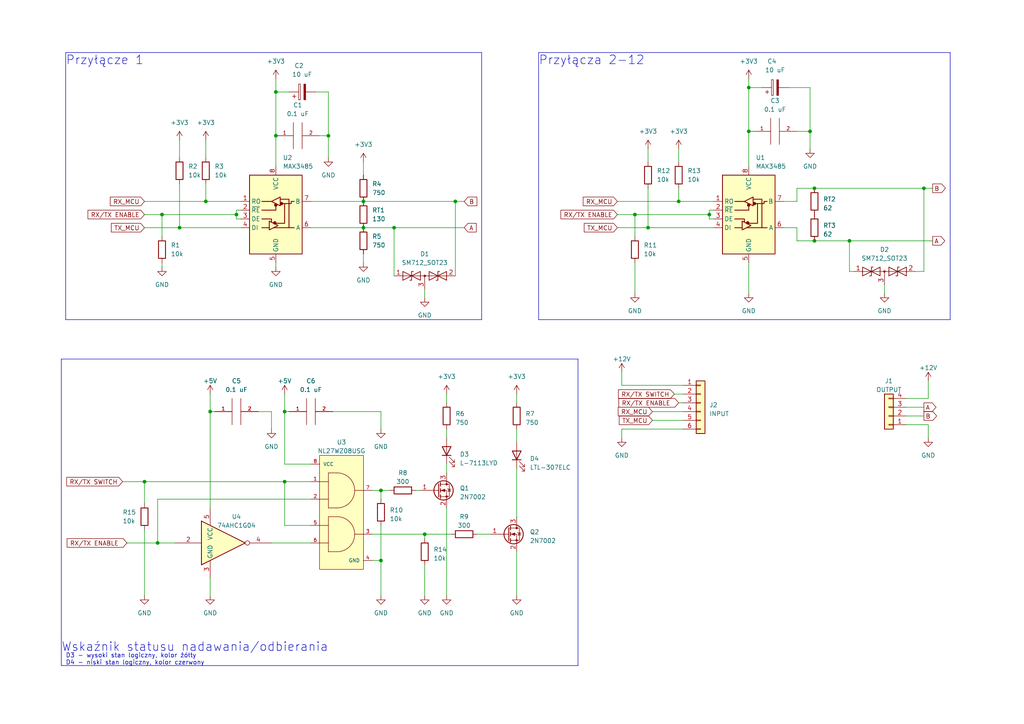
<source format=kicad_sch>
(kicad_sch (version 20230121) (generator eeschema)
  (paper "A4")
  (lib_symbols
    (symbol "74xGxx:74AHC1G04"
      (property "Reference" "U" (at -2.54 3.81 0))
      (property "Value" "74AHC1G04" (at 0 -3.81 0))
      (symbol "74AHC1G04_0_1"
        (polyline (pts (xy -7.62 6.35) (xy -7.62 -6.35) (xy 5.08 0) (xy -7.62 6.35)) (stroke (width 0.254)) (fill (type background)))
      )
      (symbol "74AHC1G04_1_1"
        (pin input line (at -15.24 0 0) (length 7.62) (name "~") (number "2"))
        (pin power_in line (at -5.08 -10.16 90) (length 5.08) (name "GND") (number "3"))
        (pin output inverted (at 12.7 0 180) (length 7.62) (name "~") (number "4"))
        (pin power_in line (at -5.08 10.16 270) (length 5.08) (name "VCC") (number "5"))
      )
    )
    (symbol "Connector_Generic:Conn_01x04" (pin_names (offset 1.016) hide)
      (property "Reference" "J" (at 0 5.08 0))
      (property "Value" "Conn_01x04" (at 0 -7.62 0))
      (symbol "Conn_01x04_1_1"
        (rectangle (start -1.27 -4.953) (end 0 -5.207) (stroke (width 0.1524)))
        (rectangle (start -1.27 -2.413) (end 0 -2.667) (stroke (width 0.1524)))
        (rectangle (start -1.27 0.127) (end 0 -0.127) (stroke (width 0.1524)))
        (rectangle (start -1.27 2.667) (end 0 2.413) (stroke (width 0.1524)))
        (rectangle (start -1.27 3.81) (end 1.27 -6.35) (stroke (width 0.254)) (fill (type background)))
        (pin passive line (at -5.08 2.54 0) (length 3.81) (name "Pin_1") (number "1"))
        (pin passive line (at -5.08 0 0) (length 3.81) (name "Pin_2") (number "2"))
        (pin passive line (at -5.08 -2.54 0) (length 3.81) (name "Pin_3") (number "3"))
        (pin passive line (at -5.08 -5.08 0) (length 3.81) (name "Pin_4") (number "4"))
      )
    )
    (symbol "Connector_Generic:Conn_01x06" (pin_names (offset 1.016) hide)
      (property "Reference" "J" (at 0 7.62 0))
      (property "Value" "Conn_01x06" (at 0 -10.16 0))
      (symbol "Conn_01x06_1_1"
        (rectangle (start -1.27 -7.493) (end 0 -7.747) (stroke (width 0.1524)))
        (rectangle (start -1.27 -4.953) (end 0 -5.207) (stroke (width 0.1524)))
        (rectangle (start -1.27 -2.413) (end 0 -2.667) (stroke (width 0.1524)))
        (rectangle (start -1.27 0.127) (end 0 -0.127) (stroke (width 0.1524)))
        (rectangle (start -1.27 2.667) (end 0 2.413) (stroke (width 0.1524)))
        (rectangle (start -1.27 5.207) (end 0 4.953) (stroke (width 0.1524)))
        (rectangle (start -1.27 6.35) (end 1.27 -8.89) (stroke (width 0.254)) (fill (type background)))
        (pin passive line (at -5.08 5.08 0) (length 3.81) (name "Pin_1") (number "1"))
        (pin passive line (at -5.08 2.54 0) (length 3.81) (name "Pin_2") (number "2"))
        (pin passive line (at -5.08 0 0) (length 3.81) (name "Pin_3") (number "3"))
        (pin passive line (at -5.08 -2.54 0) (length 3.81) (name "Pin_4") (number "4"))
        (pin passive line (at -5.08 -5.08 0) (length 3.81) (name "Pin_5") (number "5"))
        (pin passive line (at -5.08 -7.62 0) (length 3.81) (name "Pin_6") (number "6"))
      )
    )
    (symbol "Device:C_Polarized" (pin_numbers hide) (pin_names (offset 0.254))
      (property "Reference" "C" (at 0.635 2.54 0))
      (property "Value" "C_Polarized" (at 0.635 -2.54 0))
      (symbol "C_Polarized_0_1"
        (rectangle (start -2.286 0.508) (end 2.286 1.016))
        (polyline (pts (xy -1.778 2.286) (xy -0.762 2.286)))
        (polyline (pts (xy -1.27 2.794) (xy -1.27 1.778)))
        (rectangle (start 2.286 -0.508) (end -2.286 -1.016) (fill (type outline)))
      )
      (symbol "C_Polarized_1_1"
        (pin passive line (at 0 3.81 270) (length 2.794) (name "~") (number "1"))
        (pin passive line (at 0 -3.81 90) (length 2.794) (name "~") (number "2"))
      )
    )
    (symbol "Device:LED" (pin_numbers hide) (pin_names (offset 1.016) hide)
      (property "Reference" "D" (at 0 2.54 0))
      (property "Value" "LED" (at 0 -2.54 0))
      (symbol "LED_0_1"
        (polyline (pts (xy -1.27 -1.27) (xy -1.27 1.27)) (stroke (width 0.254)))
        (polyline (pts (xy -1.27 0) (xy 1.27 0)))
        (polyline (pts (xy 1.27 -1.27) (xy 1.27 1.27) (xy -1.27 0) (xy 1.27 -1.27)) (stroke (width 0.254)))
        (polyline (pts (xy -3.048 -0.762) (xy -4.572 -2.286) (xy -3.81 -2.286) (xy -4.572 -2.286) (xy -4.572 -1.524)))
        (polyline (pts (xy -1.778 -0.762) (xy -3.302 -2.286) (xy -2.54 -2.286) (xy -3.302 -2.286) (xy -3.302 -1.524)))
      )
      (symbol "LED_1_1"
        (pin passive line (at -3.81 0 0) (length 2.54) (name "K") (number "1"))
        (pin passive line (at 3.81 0 180) (length 2.54) (name "A") (number "2"))
      )
    )
    (symbol "Device:R" (pin_numbers hide) (pin_names (offset 0))
      (property "Reference" "R" (at 2.032 0 90))
      (property "Value" "R" (at 0 0 90))
      (symbol "R_0_1"
        (rectangle (start -1.016 -2.54) (end 1.016 2.54) (stroke (width 0.254)))
      )
      (symbol "R_1_1"
        (pin passive line (at 0 3.81 270) (length 1.27) (name "~") (number "1"))
        (pin passive line (at 0 -3.81 90) (length 1.27) (name "~") (number "2"))
      )
    )
    (symbol "Diode:SM712_SOT23" (pin_names (offset 1.016) hide)
      (property "Reference" "D" (at 0 4.445 0))
      (property "Value" "SM712_SOT23" (at 0 2.54 0))
      (symbol "SM712_SOT23_0_0"
        (polyline (pts (xy 0 -1.27) (xy 0 0)))
      )
      (symbol "SM712_SOT23_0_1"
        (polyline (pts (xy -6.35 0) (xy 6.35 0)))
        (polyline (pts (xy -3.302 1.27) (xy -3.81 1.27) (xy -3.81 -1.27) (xy -4.318 -1.27)) (stroke (width 0.2032)))
        (polyline (pts (xy 4.318 1.27) (xy 3.81 1.27) (xy 3.81 -1.27) (xy 3.302 -1.27)) (stroke (width 0.2032)))
        (polyline (pts (xy -6.35 -1.27) (xy -1.27 1.27) (xy -1.27 -1.27) (xy -6.35 1.27) (xy -6.35 -1.27)) (stroke (width 0.2032)))
        (polyline (pts (xy 1.27 -1.27) (xy 1.27 1.27) (xy 6.35 -1.27) (xy 6.35 1.27) (xy 1.27 -1.27)) (stroke (width 0.2032)))
        (circle (center 0 0) (radius 0.254) (fill (type outline)))
      )
      (symbol "SM712_SOT23_1_1"
        (pin passive line (at -8.89 0 0) (length 2.54) (name "A1") (number "1"))
        (pin passive line (at 8.89 0 180) (length 2.54) (name "A2") (number "2"))
        (pin input line (at 0 -3.81 90) (length 2.54) (name "common") (number "3"))
      )
    )
    (symbol "GND_1" (power) (pin_names (offset 0))
      (property "Value" "GND_1" (at 0 -3.81 0))
      (symbol "GND_1_0_1"
        (polyline (pts (xy 0 0) (xy 0 -1.27) (xy 1.27 -1.27) (xy 0 -2.54) (xy -1.27 -1.27) (xy 0 -1.27)))
      )
      (symbol "GND_1_1_1"
        (pin power_in line (at 0 0 270) (length 0) hide (name "GND") (number "1"))
      )
    )
    (symbol "GND_2" (power) (pin_names (offset 0))
      (property "Value" "GND_2" (at 0 -3.81 0))
      (symbol "GND_2_0_1"
        (polyline (pts (xy 0 0) (xy 0 -1.27) (xy 1.27 -1.27) (xy 0 -2.54) (xy -1.27 -1.27) (xy 0 -1.27)))
      )
      (symbol "GND_2_1_1"
        (pin power_in line (at 0 0 270) (length 0) hide (name "GND") (number "1"))
      )
    )
    (symbol "GND_3" (power) (pin_names (offset 0))
      (property "Value" "GND_3" (at 0 -3.81 0))
      (symbol "GND_3_0_1"
        (polyline (pts (xy 0 0) (xy 0 -1.27) (xy 1.27 -1.27) (xy 0 -2.54) (xy -1.27 -1.27) (xy 0 -1.27)))
      )
      (symbol "GND_3_1_1"
        (pin power_in line (at 0 0 270) (length 0) hide (name "GND") (number "1"))
      )
    )
    (symbol "GND_4" (power) (pin_names (offset 0))
      (property "Value" "GND_4" (at 0 -3.81 0))
      (symbol "GND_4_0_1"
        (polyline (pts (xy 0 0) (xy 0 -1.27) (xy 1.27 -1.27) (xy 0 -2.54) (xy -1.27 -1.27) (xy 0 -1.27)))
      )
      (symbol "GND_4_1_1"
        (pin power_in line (at 0 0 270) (length 0) hide (name "GND") (number "1"))
      )
    )
    (symbol "Interface_UART:MAX3485"
      (property "Reference" "U" (at -6.096 11.43 0))
      (property "Value" "MAX3485" (at 0.762 11.43 0))
      (symbol "MAX3485_0_1"
        (rectangle (start -7.62 10.16) (end 7.62 -12.7) (stroke (width 0.254)) (fill (type background)))
        (circle (center -0.3048 -3.683) (radius 0.3556) (stroke (width 0.254)) (fill (type outline)))
        (circle (center -0.0254 1.4986) (radius 0.3556) (stroke (width 0.254)) (fill (type outline)))
        (polyline (pts (xy -4.064 -5.08) (xy -1.905 -5.08)) (stroke (width 0.254)))
        (polyline (pts (xy -4.064 2.54) (xy -1.27 2.54)) (stroke (width 0.254)))
        (polyline (pts (xy -1.27 -3.2004) (xy -1.27 -3.4544)) (stroke (width 0.254)))
        (polyline (pts (xy -0.635 -5.08) (xy 5.334 -5.08)) (stroke (width 0.254)))
        (polyline (pts (xy -4.064 -2.54) (xy -1.27 -2.54) (xy -1.27 -3.175)) (stroke (width 0.254)))
        (polyline (pts (xy 0 1.27) (xy 0 0) (xy -4.064 0)) (stroke (width 0.254)))
        (polyline (pts (xy 1.27 3.175) (xy 3.81 3.175) (xy 3.81 -5.08)) (stroke (width 0.254)))
        (polyline (pts (xy 2.54 1.905) (xy 2.54 -3.81) (xy 0 -3.81)) (stroke (width 0.254)))
        (polyline (pts (xy -1.905 -3.175) (xy -1.905 -5.715) (xy 0.635 -4.445) (xy -1.905 -3.175)) (stroke (width 0.254)))
        (polyline (pts (xy -1.27 2.54) (xy 1.27 3.81) (xy 1.27 1.27) (xy -1.27 2.54)) (stroke (width 0.254)))
        (polyline (pts (xy 1.905 1.905) (xy 4.445 1.905) (xy 4.445 2.54) (xy 5.334 2.54)) (stroke (width 0.254)))
        (rectangle (start 1.27 3.175) (end 1.27 3.175))
        (circle (center 1.651 1.905) (radius 0.3556) (stroke (width 0.254)) (fill (type outline)))
      )
      (symbol "MAX3485_1_1"
        (pin output line (at -10.16 2.54 0) (length 2.54) (name "RO") (number "1"))
        (pin input line (at -10.16 0 0) (length 2.54) (name "~{RE}") (number "2"))
        (pin input line (at -10.16 -2.54 0) (length 2.54) (name "DE") (number "3"))
        (pin input line (at -10.16 -5.08 0) (length 2.54) (name "DI") (number "4"))
        (pin power_in line (at 0 -15.24 90) (length 2.54) (name "GND") (number "5"))
        (pin bidirectional line (at 10.16 -5.08 180) (length 2.54) (name "A") (number "6"))
        (pin bidirectional line (at 10.16 2.54 180) (length 2.54) (name "B") (number "7"))
        (pin power_in line (at 0 12.7 270) (length 2.54) (name "VCC") (number "8"))
      )
    )
    (symbol "NL27WZ08USG:NL27WZ08USG" (pin_names (offset 1.016))
      (property "Reference" "U" (at 0 5.08 0))
      (property "Value" "NL27WZ08USG" (at 0 7.62 0))
      (symbol "NL27WZ08USG_1_1"
        (polyline (pts (xy 5.08 -22.86) (xy 7.62 -22.86)))
        (polyline (pts (xy 5.08 -17.78) (xy 7.62 -17.78)))
        (polyline (pts (xy 5.08 -10.16) (xy 7.62 -10.16)))
        (polyline (pts (xy 5.08 -5.08) (xy 7.62 -5.08)))
        (polyline (pts (xy 7.62 -25.4) (xy 10.16 -25.4)))
        (polyline (pts (xy 7.62 -15.24) (xy 7.62 -25.4)))
        (polyline (pts (xy 7.62 -15.24) (xy 10.16 -15.24)))
        (polyline (pts (xy 7.62 -12.7) (xy 10.16 -12.7)))
        (polyline (pts (xy 7.62 -2.54) (xy 7.62 -12.7)))
        (polyline (pts (xy 7.62 -2.54) (xy 10.16 -2.54)))
        (polyline (pts (xy 15.24 -20.32) (xy 17.78 -20.32)))
        (polyline (pts (xy 15.24 -7.62) (xy 17.78 -7.62)))
        (rectangle (start 5.08 2.54) (end 17.78 -30.48) (fill (type background)))
        (arc (start 10.16 -25.4) (mid 15.2179 -20.32) (end 10.16 -15.24))
        (arc (start 10.16 -12.7) (mid 15.2179 -7.62) (end 10.16 -2.54))
        (pin input line (at 2.54 -5.08 0) (length 2.54) (name "A1") (number "1"))
        (pin input line (at 2.54 -10.16 0) (length 2.54) (name "B1") (number "2"))
        (pin output line (at 20.32 -20.32 180) (length 2.54) (name "Y2") (number "3"))
        (pin power_in line (at 20.32 -27.94 180) (length 2.54) (name "GND") (number "4"))
        (pin input line (at 2.54 -17.78 0) (length 2.54) (name "A2") (number "5"))
        (pin input line (at 2.54 -22.86 0) (length 2.54) (name "B2") (number "6"))
        (pin output line (at 20.32 -7.62 180) (length 2.54) (name "Y1") (number "7"))
        (pin power_in line (at 2.54 0 0) (length 2.54) (name "VCC") (number "8"))
      )
    )
    (symbol "Transistor_FET:2N7002" (pin_names hide)
      (property "Reference" "Q" (at 5.08 1.905 0))
      (property "Value" "2N7002" (at 5.08 0 0))
      (symbol "2N7002_0_1"
        (polyline (pts (xy 0.254 0) (xy -2.54 0)))
        (polyline (pts (xy 0.254 1.905) (xy 0.254 -1.905)) (stroke (width 0.254)))
        (polyline (pts (xy 0.762 -1.27) (xy 0.762 -2.286)) (stroke (width 0.254)))
        (polyline (pts (xy 0.762 0.508) (xy 0.762 -0.508)) (stroke (width 0.254)))
        (polyline (pts (xy 0.762 2.286) (xy 0.762 1.27)) (stroke (width 0.254)))
        (polyline (pts (xy 2.54 2.54) (xy 2.54 1.778)))
        (polyline (pts (xy 2.54 -2.54) (xy 2.54 0) (xy 0.762 0)))
        (polyline (pts (xy 0.762 -1.778) (xy 3.302 -1.778) (xy 3.302 1.778) (xy 0.762 1.778)))
        (polyline (pts (xy 1.016 0) (xy 2.032 0.381) (xy 2.032 -0.381) (xy 1.016 0)) (fill (type outline)))
        (polyline (pts (xy 2.794 0.508) (xy 2.921 0.381) (xy 3.683 0.381) (xy 3.81 0.254)))
        (polyline (pts (xy 3.302 0.381) (xy 2.921 -0.254) (xy 3.683 -0.254) (xy 3.302 0.381)))
        (circle (center 1.651 0) (radius 2.794) (stroke (width 0.254)))
        (circle (center 2.54 -1.778) (radius 0.254) (fill (type outline)))
        (circle (center 2.54 1.778) (radius 0.254) (fill (type outline)))
      )
      (symbol "2N7002_1_1"
        (pin input line (at -5.08 0 0) (length 2.54) (name "G") (number "1"))
        (pin passive line (at 2.54 -5.08 90) (length 2.54) (name "S") (number "2"))
        (pin passive line (at 2.54 5.08 270) (length 2.54) (name "D") (number "3"))
      )
    )
    (symbol "power:+12V" (power) (pin_names (offset 0))
      (property "Value" "+12V" (at 0 3.556 0))
      (symbol "+12V_0_1"
        (polyline (pts (xy -0.762 1.27) (xy 0 2.54)))
        (polyline (pts (xy 0 0) (xy 0 2.54)))
        (polyline (pts (xy 0 2.54) (xy 0.762 1.27)))
      )
      (symbol "+12V_1_1"
        (pin power_in line (at 0 0 90) (length 0) hide (name "+12V") (number "1"))
      )
    )
    (symbol "power:+3.3V" (power) (pin_names (offset 0))
      (property "Value" "+3.3V" (at 0 3.556 0))
      (symbol "+3.3V_0_1"
        (polyline (pts (xy -0.762 1.27) (xy 0 2.54)))
        (polyline (pts (xy 0 0) (xy 0 2.54)))
        (polyline (pts (xy 0 2.54) (xy 0.762 1.27)))
      )
      (symbol "+3.3V_1_1"
        (pin power_in line (at 0 0 90) (length 0) hide (name "+3V3") (number "1"))
      )
    )
    (symbol "power:+3V3" (power) (pin_names (offset 0))
      (property "Value" "+3V3" (at 0 3.556 0))
      (symbol "+3V3_0_1"
        (polyline (pts (xy -0.762 1.27) (xy 0 2.54)))
        (polyline (pts (xy 0 0) (xy 0 2.54)))
        (polyline (pts (xy 0 2.54) (xy 0.762 1.27)))
      )
      (symbol "+3V3_1_1"
        (pin power_in line (at 0 0 90) (length 0) hide (name "+3V3") (number "1"))
      )
    )
    (symbol "power:+5V" (power) (pin_names (offset 0))
      (property "Value" "+5V" (at 0 3.556 0))
      (symbol "+5V_0_1"
        (polyline (pts (xy -0.762 1.27) (xy 0 2.54)))
        (polyline (pts (xy 0 0) (xy 0 2.54)))
        (polyline (pts (xy 0 2.54) (xy 0.762 1.27)))
      )
      (symbol "+5V_1_1"
        (pin power_in line (at 0 0 90) (length 0) hide (name "+5V") (number "1"))
      )
    )
    (symbol "power:GND" (power) (pin_names (offset 0))
      (property "Value" "GND" (at 0 -3.81 0))
      (symbol "GND_0_1"
        (polyline (pts (xy 0 0) (xy 0 -1.27) (xy 1.27 -1.27) (xy 0 -2.54) (xy -1.27 -1.27) (xy 0 -1.27)))
      )
      (symbol "GND_1_1"
        (pin power_in line (at 0 0 270) (length 0) hide (name "GND") (number "1"))
      )
    )
    (symbol "pspice:C" (pin_names (offset 0.254))
      (property "Reference" "C" (at 2.54 3.81 90))
      (property "Value" "C" (at 2.54 -3.81 90))
      (symbol "C_0_1"
        (polyline (pts (xy -3.81 -1.27) (xy 3.81 -1.27)))
        (polyline (pts (xy -3.81 1.27) (xy 3.81 1.27)))
      )
      (symbol "C_1_1"
        (pin passive line (at 0 6.35 270) (length 5.08) (name "~") (number "1"))
        (pin passive line (at 0 -6.35 90) (length 5.08) (name "~") (number "2"))
      )
    )
  )
  (junction (at 205.74 62.23))
  (junction (at 132.08 58.42))
  (junction (at 52.07 66.04))
  (junction (at 236.22 69.85))
  (junction (at 95.25 39.37))
  (junction (at 68.58 62.23))
  (junction (at 45.72 157.48))
  (junction (at 123.19 154.94))
  (junction (at 60.96 119.38))
  (junction (at 80.01 26.67))
  (junction (at 105.41 66.04))
  (junction (at 217.17 38.1))
  (junction (at 110.49 162.56))
  (junction (at 46.99 62.23))
  (junction (at 41.91 139.7))
  (junction (at 267.97 54.61))
  (junction (at 59.69 58.42))
  (junction (at 246.38 69.85))
  (junction (at 217.17 25.4))
  (junction (at 114.3 66.04))
  (junction (at 110.49 142.24))
  (junction (at 184.15 62.23))
  (junction (at 234.95 38.1))
  (junction (at 82.55 139.7))
  (junction (at 82.55 119.38))
  (junction (at 196.85 58.42))
  (junction (at 236.22 54.61))
  (junction (at 105.41 58.42))
  (junction (at 187.96 66.04))
  (junction (at 80.01 39.37))
  (wire (pts (xy 236.22 69.85) (xy 246.38 69.85)))
  (wire (pts (xy 90.17 66.04) (xy 105.41 66.04)))
  (wire (pts (xy 107.95 162.56) (xy 110.49 162.56)))
  (wire (pts (xy 189.23 121.92) (xy 198.12 121.92)))
  (wire (pts (xy 217.17 25.4) (xy 220.98 25.4)))
  (wire (pts (xy 110.49 152.4) (xy 110.49 162.56)))
  (wire (pts (xy 110.49 144.78) (xy 110.49 142.24)))
  (wire (pts (xy 129.54 134.62) (xy 129.54 137.16)))
  (wire (pts (xy 123.19 154.94) (xy 130.81 154.94)))
  (wire (pts (xy 205.74 60.96) (xy 205.74 62.23)))
  (wire (pts (xy 196.85 58.42) (xy 207.01 58.42)))
  (polyline (pts (xy 167.64 104.14) (xy 167.64 193.04)))
  (wire (pts (xy 187.96 43.18) (xy 187.96 46.99)))
  (wire (pts (xy 231.14 54.61) (xy 236.22 54.61)))
  (polyline (pts (xy 156.21 92.71) (xy 275.59 92.71)))
  (wire (pts (xy 41.91 139.7) (xy 82.55 139.7)))
  (wire (pts (xy 265.43 78.74) (xy 267.97 78.74)))
  (wire (pts (xy 228.6 25.4) (xy 234.95 25.4)))
  (polyline (pts (xy 156.21 15.24) (xy 156.21 92.71)))
  (wire (pts (xy 92.71 39.37) (xy 95.25 39.37)))
  (wire (pts (xy 132.08 58.42) (xy 134.62 58.42)))
  (polyline (pts (xy 19.05 92.71) (xy 139.7 92.71)))
  (wire (pts (xy 80.01 76.2) (xy 80.01 77.47)))
  (wire (pts (xy 227.33 66.04) (xy 231.14 66.04)))
  (wire (pts (xy 90.17 134.62) (xy 82.55 134.62)))
  (wire (pts (xy 207.01 60.96) (xy 205.74 60.96)))
  (wire (pts (xy 59.69 40.64) (xy 59.69 45.72)))
  (wire (pts (xy 69.85 60.96) (xy 68.58 60.96)))
  (wire (pts (xy 114.3 66.04) (xy 114.3 80.01)))
  (wire (pts (xy 269.24 123.19) (xy 269.24 127)))
  (wire (pts (xy 217.17 22.86) (xy 217.17 25.4)))
  (wire (pts (xy 246.38 69.85) (xy 270.51 69.85)))
  (wire (pts (xy 129.54 124.46) (xy 129.54 127)))
  (wire (pts (xy 227.33 58.42) (xy 231.14 58.42)))
  (wire (pts (xy 149.86 114.3) (xy 149.86 116.84)))
  (wire (pts (xy 80.01 26.67) (xy 80.01 39.37)))
  (polyline (pts (xy 139.7 92.71) (xy 139.7 15.24)))
  (wire (pts (xy 82.55 139.7) (xy 82.55 152.4)))
  (wire (pts (xy 189.23 119.38) (xy 198.12 119.38)))
  (wire (pts (xy 110.49 162.56) (xy 110.49 172.72)))
  (wire (pts (xy 95.25 39.37) (xy 95.25 45.72)))
  (wire (pts (xy 231.14 69.85) (xy 236.22 69.85)))
  (wire (pts (xy 105.41 46.99) (xy 105.41 50.8)))
  (wire (pts (xy 195.58 114.3) (xy 198.12 114.3)))
  (wire (pts (xy 231.14 66.04) (xy 231.14 69.85)))
  (wire (pts (xy 35.56 139.7) (xy 41.91 139.7)))
  (wire (pts (xy 180.34 107.95) (xy 180.34 111.76)))
  (wire (pts (xy 256.54 85.09) (xy 256.54 82.55)))
  (wire (pts (xy 78.74 157.48) (xy 90.17 157.48)))
  (wire (pts (xy 36.83 157.48) (xy 45.72 157.48)))
  (wire (pts (xy 83.82 26.67) (xy 80.01 26.67)))
  (wire (pts (xy 205.74 62.23) (xy 205.74 63.5)))
  (wire (pts (xy 60.96 167.64) (xy 60.96 172.72)))
  (wire (pts (xy 149.86 124.46) (xy 149.86 128.27)))
  (wire (pts (xy 91.44 26.67) (xy 95.25 26.67)))
  (wire (pts (xy 123.19 156.21) (xy 123.19 154.94)))
  (wire (pts (xy 41.91 139.7) (xy 41.91 146.05)))
  (wire (pts (xy 123.19 83.82) (xy 123.19 86.36)))
  (wire (pts (xy 217.17 76.2) (xy 217.17 85.09)))
  (wire (pts (xy 198.12 124.46) (xy 180.34 124.46)))
  (wire (pts (xy 217.17 25.4) (xy 217.17 38.1)))
  (wire (pts (xy 262.89 115.57) (xy 269.24 115.57)))
  (wire (pts (xy 184.15 68.58) (xy 184.15 62.23)))
  (wire (pts (xy 217.17 38.1) (xy 217.17 48.26)))
  (wire (pts (xy 138.43 154.94) (xy 142.24 154.94)))
  (wire (pts (xy 107.95 142.24) (xy 110.49 142.24)))
  (wire (pts (xy 179.07 66.04) (xy 187.96 66.04)))
  (wire (pts (xy 269.24 115.57) (xy 269.24 110.49)))
  (wire (pts (xy 68.58 60.96) (xy 68.58 62.23)))
  (wire (pts (xy 105.41 58.42) (xy 132.08 58.42)))
  (wire (pts (xy 60.96 114.3) (xy 60.96 119.38)))
  (wire (pts (xy 105.41 76.2) (xy 105.41 73.66)))
  (wire (pts (xy 41.91 62.23) (xy 46.99 62.23)))
  (wire (pts (xy 110.49 119.38) (xy 110.49 124.46)))
  (wire (pts (xy 234.95 38.1) (xy 234.95 43.18)))
  (wire (pts (xy 41.91 58.42) (xy 59.69 58.42)))
  (wire (pts (xy 95.25 26.67) (xy 95.25 39.37)))
  (wire (pts (xy 46.99 62.23) (xy 46.99 68.58)))
  (wire (pts (xy 132.08 58.42) (xy 132.08 80.01)))
  (wire (pts (xy 90.17 144.78) (xy 45.72 144.78)))
  (wire (pts (xy 52.07 66.04) (xy 69.85 66.04)))
  (wire (pts (xy 123.19 163.83) (xy 123.19 172.72)))
  (wire (pts (xy 107.95 154.94) (xy 123.19 154.94)))
  (wire (pts (xy 262.89 120.65) (xy 267.97 120.65)))
  (wire (pts (xy 246.38 78.74) (xy 247.65 78.74)))
  (wire (pts (xy 262.89 123.19) (xy 269.24 123.19)))
  (wire (pts (xy 205.74 63.5) (xy 207.01 63.5)))
  (wire (pts (xy 231.14 58.42) (xy 231.14 54.61)))
  (wire (pts (xy 80.01 22.86) (xy 80.01 26.67)))
  (wire (pts (xy 80.01 39.37) (xy 80.01 48.26)))
  (wire (pts (xy 82.55 114.3) (xy 82.55 119.38)))
  (polyline (pts (xy 17.78 105.41) (xy 17.78 193.04)))
  (wire (pts (xy 217.17 38.1) (xy 218.44 38.1)))
  (wire (pts (xy 96.52 119.38) (xy 110.49 119.38)))
  (wire (pts (xy 196.85 43.18) (xy 196.85 46.99)))
  (wire (pts (xy 62.23 119.38) (xy 60.96 119.38)))
  (polyline (pts (xy 19.05 15.24) (xy 139.7 15.24)))
  (wire (pts (xy 246.38 69.85) (xy 246.38 78.74)))
  (wire (pts (xy 196.85 116.84) (xy 198.12 116.84)))
  (polyline (pts (xy 17.78 104.14) (xy 17.78 105.41)))
  (wire (pts (xy 187.96 66.04) (xy 207.01 66.04)))
  (wire (pts (xy 149.86 160.02) (xy 149.86 172.72)))
  (wire (pts (xy 179.07 58.42) (xy 196.85 58.42)))
  (wire (pts (xy 105.41 66.04) (xy 114.3 66.04)))
  (polyline (pts (xy 19.05 15.24) (xy 19.05 92.71)))
  (wire (pts (xy 68.58 63.5) (xy 69.85 63.5)))
  (polyline (pts (xy 17.78 193.04) (xy 167.64 193.04)))
  (wire (pts (xy 59.69 58.42) (xy 69.85 58.42)))
  (wire (pts (xy 45.72 157.48) (xy 50.8 157.48)))
  (wire (pts (xy 68.58 62.23) (xy 68.58 63.5)))
  (wire (pts (xy 82.55 119.38) (xy 83.82 119.38)))
  (wire (pts (xy 41.91 153.67) (xy 41.91 172.72)))
  (wire (pts (xy 82.55 139.7) (xy 90.17 139.7)))
  (wire (pts (xy 120.65 142.24) (xy 121.92 142.24)))
  (wire (pts (xy 184.15 76.2) (xy 184.15 85.09)))
  (wire (pts (xy 110.49 142.24) (xy 113.03 142.24)))
  (wire (pts (xy 114.3 66.04) (xy 134.62 66.04)))
  (wire (pts (xy 180.34 111.76) (xy 198.12 111.76)))
  (wire (pts (xy 52.07 53.34) (xy 52.07 66.04)))
  (wire (pts (xy 179.07 62.23) (xy 184.15 62.23)))
  (wire (pts (xy 45.72 144.78) (xy 45.72 157.48)))
  (wire (pts (xy 74.93 119.38) (xy 78.74 119.38)))
  (polyline (pts (xy 167.64 104.14) (xy 17.78 104.14)))
  (wire (pts (xy 78.74 119.38) (xy 78.74 124.46)))
  (wire (pts (xy 180.34 124.46) (xy 180.34 127)))
  (wire (pts (xy 41.91 66.04) (xy 52.07 66.04)))
  (polyline (pts (xy 156.21 15.24) (xy 275.59 15.24)))
  (wire (pts (xy 59.69 53.34) (xy 59.69 58.42)))
  (wire (pts (xy 184.15 62.23) (xy 205.74 62.23)))
  (wire (pts (xy 236.22 54.61) (xy 267.97 54.61)))
  (wire (pts (xy 46.99 62.23) (xy 68.58 62.23)))
  (wire (pts (xy 187.96 54.61) (xy 187.96 66.04)))
  (polyline (pts (xy 275.59 92.71) (xy 275.59 15.24)))
  (wire (pts (xy 52.07 40.64) (xy 52.07 45.72)))
  (wire (pts (xy 129.54 147.32) (xy 129.54 172.72)))
  (wire (pts (xy 149.86 135.89) (xy 149.86 149.86)))
  (wire (pts (xy 267.97 54.61) (xy 270.51 54.61)))
  (wire (pts (xy 234.95 25.4) (xy 234.95 38.1)))
  (wire (pts (xy 267.97 54.61) (xy 267.97 78.74)))
  (wire (pts (xy 46.99 76.2) (xy 46.99 77.47)))
  (wire (pts (xy 129.54 114.3) (xy 129.54 116.84)))
  (wire (pts (xy 82.55 119.38) (xy 82.55 134.62)))
  (wire (pts (xy 60.96 119.38) (xy 60.96 147.32)))
  (wire (pts (xy 231.14 38.1) (xy 234.95 38.1)))
  (wire (pts (xy 262.89 118.11) (xy 267.97 118.11)))
  (wire (pts (xy 196.85 54.61) (xy 196.85 58.42)))
  (wire (pts (xy 82.55 152.4) (xy 90.17 152.4)))
  (wire (pts (xy 90.17 58.42) (xy 105.41 58.42)))
  (text "Wskaźnik statusu nadawania/odbierania\n" (at 17.78 189.23 0) (effects (font (size 2.54 2.54)) (justify left bottom)))
  (text "Przyłącza 2-12" (at 156.21 19.05 0) (effects (font (size 2.54 2.54)) (justify left bottom)))
  (text "Przyłącze 1" (at 19.05 19.05 0) (effects (font (size 2.54 2.54)) (justify left bottom)))
  (text "D3 - wysoki stan logiczny, kolor żółty\nD4 - niski stan logiczny, kolor czerwony" (at 19.05 193.04 0) (effects (font (size 1.27 1.27)) (justify left bottom)))
  (global_label "RX{slash}TX ENABLE " (shape input) (at 196.85 116.84 180) (property "Intersheetrefs" "${INTERSHEET_REFS}" (effects hide)))
  (global_label "RX{slash}TX SWITCH" (shape input) (at 195.58 114.3 180) (property "Intersheetrefs" "${INTERSHEET_REFS}" (effects hide)))
  (global_label "TX_MCU" (shape input) (at 41.91 66.04 180) (property "Intersheetrefs" "${INTERSHEET_REFS}" (effects hide)))
  (global_label "RX{slash}TX ENABLE" (shape input) (at 179.07 62.23 180) (property "Intersheetrefs" "${INTERSHEET_REFS}" (effects hide)))
  (global_label "B" (shape output) (at 270.51 54.61 0) (property "Intersheetrefs" "${INTERSHEET_REFS}" (effects hide)))
  (global_label "RX_MCU" (shape input) (at 41.91 58.42 180) (property "Intersheetrefs" "${INTERSHEET_REFS}" (effects hide)))
  (global_label "RX{slash}TX ENABLE" (shape input) (at 41.91 62.23 180) (property "Intersheetrefs" "${INTERSHEET_REFS}" (effects hide)))
  (global_label "TX_MCU" (shape input) (at 179.07 66.04 180) (property "Intersheetrefs" "${INTERSHEET_REFS}" (effects hide)))
  (global_label "A" (shape output) (at 267.97 118.11 0) (property "Intersheetrefs" "${INTERSHEET_REFS}" (effects hide)))
  (global_label "A" (shape output) (at 270.51 69.85 0) (property "Intersheetrefs" "${INTERSHEET_REFS}" (effects hide)))
  (global_label "RX_MCU" (shape input) (at 189.23 119.38 180) (property "Intersheetrefs" "${INTERSHEET_REFS}" (effects hide)))
  (global_label "B" (shape input) (at 134.62 58.42 0) (property "Intersheetrefs" "${INTERSHEET_REFS}" (effects hide)))
  (global_label "A" (shape input) (at 134.62 66.04 0) (property "Intersheetrefs" "${INTERSHEET_REFS}" (effects hide)))
  (global_label "TX_MCU" (shape input) (at 189.23 121.92 180) (property "Intersheetrefs" "${INTERSHEET_REFS}" (effects hide)))
  (global_label "RX{slash}TX SWITCH" (shape input) (at 35.56 139.7 180) (property "Intersheetrefs" "${INTERSHEET_REFS}" (effects hide)))
  (global_label "RX_MCU" (shape input) (at 179.07 58.42 180) (property "Intersheetrefs" "${INTERSHEET_REFS}" (effects hide)))
  (global_label "RX{slash}TX ENABLE " (shape input) (at 36.83 157.48 180) (property "Intersheetrefs" "${INTERSHEET_REFS}" (effects hide)))
  (global_label "B" (shape output) (at 267.97 120.65 0) (property "Intersheetrefs" "${INTERSHEET_REFS}" (effects hide)))
  (symbol (lib_id "Device:R") (at 149.86 120.65 0) (unit 1)
    (property "Reference" "R7" (at 152.4 120.015 0) (effects (justify left)))
    (property "Value" "750" (at 152.4 122.555 0) (effects (justify left)))
  )
  (symbol (lib_id "Device:R") (at 196.85 50.8 0) (unit 1)
    (property "Reference" "R13" (at 199.39 49.5299 0) (effects (justify left)))
    (property "Value" "10k" (at 199.39 52.0699 0) (effects (justify left)))
  )
  (symbol (lib_id "pspice:C") (at 86.36 39.37 90) (unit 1)
    (property "Reference" "C1" (at 86.36 30.48 90))
    (property "Value" "0.1 uF" (at 86.36 33.02 90))
  )
  (symbol (lib_id "Connector_Generic:Conn_01x06") (at 203.2 116.84 0) (unit 1)
    (property "Reference" "J2" (at 205.74 117.475 0) (effects (justify left)))
    (property "Value" "INPUT" (at 205.74 120.015 0) (effects (justify left)))
  )
  (symbol (lib_id "power:+12V") (at 180.34 107.95 0) (unit 1)
    (property "Reference" "#PWR016" (effects hide))
    (property "Value" "+12V" (at 180.34 104.14 0))
  )
  (symbol (lib_id "power:+3V3") (at 149.86 114.3 0) (unit 1)
    (property "Reference" "#PWR08" (effects hide))
    (property "Value" "+3V3" (at 149.86 109.22 0))
  )
  (symbol (lib_id "Device:R") (at 41.91 149.86 0) (unit 1)
    (property "Reference" "R15" (at 35.56 148.59 0) (effects (justify left)))
    (property "Value" "10k" (at 35.56 151.13 0) (effects (justify left)))
  )
  (symbol (lib_name "GND_1") (lib_id "power:GND") (at 110.49 124.46 0) (unit 1)
    (property "Reference" "#PWR013" (effects hide))
    (property "Value" "GND" (at 110.49 129.54 0))
  )
  (symbol (lib_id "Diode:SM712_SOT23") (at 256.54 78.74 0) (unit 1)
    (property "Reference" "D2" (at 256.54 72.39 0))
    (property "Value" "SM712_SOT23" (at 256.54 74.93 0))
    (property "Footprint" "Package_TO_SOT_SMD:SOT-23" (effects hide))
    (property "Datasheet" "https://www.littelfuse.com/~/media/electronics/datasheets/tvs_diode_arrays/littelfuse_tvs_diode_array_sm712_datasheet.pdf.pdf" (effects hide))
  )
  (symbol (lib_id "power:+3.3V") (at 59.69 40.64 0) (unit 1)
    (property "Reference" "#PWR?" (effects hide))
    (property "Value" "+3.3V" (at 59.69 35.56 0))
  )
  (symbol (lib_id "Device:C_Polarized") (at 224.79 25.4 90) (unit 1)
    (property "Reference" "C4" (at 223.901 17.78 90))
    (property "Value" "10 uF" (at 224.79 20.32 90))
  )
  (symbol (lib_id "power:+3.3V") (at 196.85 43.18 0) (unit 1)
    (property "Reference" "#PWR03" (effects hide))
    (property "Value" "+3.3V" (at 196.85 38.1 0))
  )
  (symbol (lib_id "Device:R") (at 110.49 148.59 180) (unit 1)
    (property "Reference" "R10" (at 113.03 147.955 0) (effects (justify right)))
    (property "Value" "10k" (at 113.03 150.495 0) (effects (justify right)))
  )
  (symbol (lib_id "Device:LED") (at 149.86 132.08 90) (unit 1)
    (property "Reference" "D4" (at 153.67 133.0325 90) (effects (justify right)))
    (property "Value" "LTL-307ELC" (at 153.67 135.5725 90) (effects (justify right)))
  )
  (symbol (lib_id "Device:R") (at 187.96 50.8 0) (unit 1)
    (property "Reference" "R12" (at 190.5 49.5299 0) (effects (justify left)))
    (property "Value" "10k" (at 190.5 52.0699 0) (effects (justify left)))
  )
  (symbol (lib_id "power:+3.3V") (at 187.96 43.18 0) (unit 1)
    (property "Reference" "#PWR02" (effects hide))
    (property "Value" "+3.3V" (at 187.96 38.1 0))
  )
  (symbol (lib_id "pspice:C") (at 90.17 119.38 90) (unit 1)
    (property "Reference" "C6" (at 90.17 110.49 90))
    (property "Value" "0.1 uF" (at 90.17 113.03 90))
  )
  (symbol (lib_id "power:GND") (at 123.19 86.36 0) (unit 1)
    (property "Reference" "#PWR?" (effects hide))
    (property "Value" "GND" (at 123.19 91.44 0))
  )
  (symbol (lib_id "Device:R") (at 46.99 72.39 0) (unit 1)
    (property "Reference" "R1" (at 49.53 71.1199 0) (effects (justify left)))
    (property "Value" "10k" (at 49.53 73.6599 0) (effects (justify left)))
  )
  (symbol (lib_name "GND_4") (lib_id "power:GND") (at 269.24 127 0) (unit 1)
    (property "Reference" "#PWR019" (effects hide))
    (property "Value" "GND" (at 269.24 132.08 0))
  )
  (symbol (lib_id "Device:R") (at 236.22 66.04 0) (unit 1)
    (property "Reference" "RT3" (at 238.76 65.405 0) (effects (justify left)))
    (property "Value" "62" (at 238.76 67.945 0) (effects (justify left)))
  )
  (symbol (lib_id "Transistor_FET:2N7002") (at 127 142.24 0) (unit 1)
    (property "Reference" "Q1" (at 133.35 141.605 0) (effects (justify left)))
    (property "Value" "2N7002" (at 133.35 144.145 0) (effects (justify left)))
    (property "Footprint" "Package_TO_SOT_SMD:SOT-23" (effects hide))
    (property "Datasheet" "https://www.onsemi.com/pub/Collateral/NDS7002A-D.PDF" (effects hide))
  )
  (symbol (lib_name "GND_4") (lib_id "power:GND") (at 180.34 127 0) (unit 1)
    (property "Reference" "#PWR017" (effects hide))
    (property "Value" "GND" (at 180.34 132.08 0))
  )
  (symbol (lib_id "power:GND") (at 184.15 85.09 0) (unit 1)
    (property "Reference" "#PWR01" (effects hide))
    (property "Value" "GND" (at 184.15 90.17 0))
  )
  (symbol (lib_name "GND_1") (lib_id "power:GND") (at 60.96 172.72 0) (unit 1)
    (property "Reference" "#PWR04" (effects hide))
    (property "Value" "GND" (at 60.96 177.8 0))
  )
  (symbol (lib_name "GND_2") (lib_id "power:GND") (at 123.19 172.72 0) (unit 1)
    (property "Reference" "#PWR014" (effects hide))
    (property "Value" "GND" (at 123.19 177.8 0))
  )
  (symbol (lib_id "power:GND") (at 95.25 45.72 0) (unit 1)
    (property "Reference" "#PWR?" (effects hide))
    (property "Value" "GND" (at 95.25 50.8 0))
  )
  (symbol (lib_id "power:GND") (at 105.41 76.2 0) (unit 1)
    (property "Reference" "#PWR?" (effects hide))
    (property "Value" "GND" (at 105.41 81.28 0))
  )
  (symbol (lib_id "Device:R") (at 105.41 69.85 0) (unit 1)
    (property "Reference" "R5" (at 107.95 68.5799 0) (effects (justify left)))
    (property "Value" "750" (at 107.95 71.1199 0) (effects (justify left)))
  )
  (symbol (lib_id "pspice:C") (at 224.79 38.1 90) (unit 1)
    (property "Reference" "C3" (at 224.79 29.21 90))
    (property "Value" "0.1 uF" (at 224.79 31.75 90))
  )
  (symbol (lib_id "Device:R") (at 59.69 49.53 0) (unit 1)
    (property "Reference" "R3" (at 62.23 48.2599 0) (effects (justify left)))
    (property "Value" "10k" (at 62.23 50.7999 0) (effects (justify left)))
  )
  (symbol (lib_id "Interface_UART:MAX3485") (at 80.01 60.96 0) (unit 1)
    (property "Reference" "U2" (at 82.0294 45.72 0) (effects (justify left)))
    (property "Value" "MAX3485" (at 82.0294 48.26 0) (effects (justify left)))
    (property "Datasheet" "https://datasheets.maximintegrated.com/en/ds/MAX3483-MAX3491.pdf" (effects hide))
  )
  (symbol (lib_id "Diode:SM712_SOT23") (at 123.19 80.01 0) (unit 1)
    (property "Reference" "D1" (at 123.19 73.66 0))
    (property "Value" "SM712_SOT23" (at 123.19 76.2 0))
    (property "Footprint" "Package_TO_SOT_SMD:SOT-23" (effects hide))
    (property "Datasheet" "https://www.littelfuse.com/~/media/electronics/datasheets/tvs_diode_arrays/littelfuse_tvs_diode_array_sm712_datasheet.pdf.pdf" (effects hide))
  )
  (symbol (lib_name "GND_3") (lib_id "power:GND") (at 149.86 172.72 0) (unit 1)
    (property "Reference" "#PWR06" (effects hide))
    (property "Value" "GND" (at 149.86 177.8 0))
  )
  (symbol (lib_id "power:+5V") (at 82.55 114.3 0) (unit 1)
    (property "Reference" "#PWR011" (effects hide))
    (property "Value" "+5V" (at 82.55 110.49 0))
  )
  (symbol (lib_id "power:+12V") (at 269.24 110.49 0) (unit 1)
    (property "Reference" "#PWR018" (effects hide))
    (property "Value" "+12V" (at 269.24 106.68 0))
  )
  (symbol (lib_id "Device:LED") (at 129.54 130.81 90) (unit 1)
    (property "Reference" "D3" (at 133.35 131.7625 90) (effects (justify right)))
    (property "Value" "L-7113LYD" (at 133.35 134.3025 90) (effects (justify right)))
  )
  (symbol (lib_id "power:GND") (at 256.54 85.09 0) (unit 1)
    (property "Reference" "#PWR?" (effects hide))
    (property "Value" "GND" (at 256.54 90.17 0))
  )
  (symbol (lib_id "power:GND") (at 80.01 77.47 0) (unit 1)
    (property "Reference" "#PWR?" (effects hide))
    (property "Value" "GND" (at 80.01 82.55 0))
  )
  (symbol (lib_id "power:+3V3") (at 129.54 114.3 0) (unit 1)
    (property "Reference" "#PWR07" (effects hide))
    (property "Value" "+3V3" (at 129.54 109.22 0))
  )
  (symbol (lib_id "Device:R") (at 123.19 160.02 180) (unit 1)
    (property "Reference" "R14" (at 125.73 159.385 0) (effects (justify right)))
    (property "Value" "10k" (at 125.73 161.925 0) (effects (justify right)))
  )
  (symbol (lib_id "74xGxx:74AHC1G04") (at 66.04 157.48 0) (unit 1)
    (property "Reference" "U4" (at 68.58 149.86 0))
    (property "Value" "74AHC1G04" (at 68.58 152.4 0))
    (property "Datasheet" "http://www.ti.com/lit/sg/scyt129e/scyt129e.pdf" (effects hide))
  )
  (symbol (lib_id "Device:R") (at 105.41 54.61 0) (unit 1)
    (property "Reference" "R4" (at 107.95 53.3399 0) (effects (justify left)))
    (property "Value" "750" (at 107.95 55.8799 0) (effects (justify left)))
  )
  (symbol (lib_name "GND_1") (lib_id "power:GND") (at 41.91 172.72 0) (unit 1)
    (property "Reference" "#PWR015" (effects hide))
    (property "Value" "GND" (at 41.91 177.8 0))
  )
  (symbol (lib_id "Device:R") (at 134.62 154.94 90) (unit 1)
    (property "Reference" "R9" (at 134.62 149.86 90))
    (property "Value" "300" (at 134.62 152.4 90))
  )
  (symbol (lib_id "Device:C_Polarized") (at 87.63 26.67 90) (unit 1)
    (property "Reference" "C2" (at 86.741 19.05 90))
    (property "Value" "10 uF" (at 87.63 21.59 90))
  )
  (symbol (lib_id "power:+3.3V") (at 52.07 40.64 0) (unit 1)
    (property "Reference" "#PWR?" (effects hide))
    (property "Value" "+3.3V" (at 52.07 35.56 0))
  )
  (symbol (lib_id "Device:R") (at 105.41 62.23 0) (unit 1)
    (property "Reference" "RT1" (at 107.95 60.9599 0) (effects (justify left)))
    (property "Value" "130" (at 107.95 63.4999 0) (effects (justify left)))
  )
  (symbol (lib_id "Transistor_FET:2N7002") (at 147.32 154.94 0) (unit 1)
    (property "Reference" "Q2" (at 153.67 154.305 0) (effects (justify left)))
    (property "Value" "2N7002" (at 153.67 156.845 0) (effects (justify left)))
    (property "Footprint" "Package_TO_SOT_SMD:SOT-23" (effects hide))
    (property "Datasheet" "https://www.onsemi.com/pub/Collateral/NDS7002A-D.PDF" (effects hide))
  )
  (symbol (lib_id "power:+3V3") (at 217.17 22.86 0) (unit 1)
    (property "Reference" "#PWR?" (effects hide))
    (property "Value" "+3V3" (at 217.17 17.78 0))
  )
  (symbol (lib_id "pspice:C") (at 68.58 119.38 90) (unit 1)
    (property "Reference" "C5" (at 68.58 110.49 90))
    (property "Value" "0.1 uF" (at 68.58 113.03 90))
  )
  (symbol (lib_id "power:GND") (at 46.99 77.47 0) (unit 1)
    (property "Reference" "#PWR?" (effects hide))
    (property "Value" "GND" (at 46.99 82.55 0))
  )
  (symbol (lib_id "Device:R") (at 129.54 120.65 0) (unit 1)
    (property "Reference" "R6" (at 132.08 120.015 0) (effects (justify left)))
    (property "Value" "750" (at 132.08 122.555 0) (effects (justify left)))
  )
  (symbol (lib_id "Connector_Generic:Conn_01x04") (at 257.81 120.65 180) (unit 1)
    (property "Reference" "J1" (at 257.81 110.49 0))
    (property "Value" "OUTPUT" (at 257.81 113.03 0))
  )
  (symbol (lib_id "power:GND") (at 217.17 85.09 0) (unit 1)
    (property "Reference" "#PWR?" (effects hide))
    (property "Value" "GND" (at 217.17 90.17 0))
  )
  (symbol (lib_id "power:GND") (at 234.95 43.18 0) (unit 1)
    (property "Reference" "#PWR?" (effects hide))
    (property "Value" "GND" (at 234.95 48.26 0))
  )
  (symbol (lib_id "NL27WZ08USG:NL27WZ08USG") (at 87.63 134.62 0) (unit 1)
    (property "Reference" "U3" (at 99.06 128.27 0))
    (property "Value" "NL27WZ08USG" (at 99.06 130.81 0))
    (property "Footprint" "ON_Semiconductor-493-09_2021-F-*" (effects hide))
    (property "Datasheet" "https://www.onsemi.com/download/data-sheet/pdf/nl27wz08-d.pdf" (effects hide))
    (property "ambient temperature range high" "+125°C" (effects hide))
    (property "ambient temperature range low" "-55°C" (effects hide))
    (property "automotive" "No" (effects hide))
    (property "category" "IC" (effects hide))
    (property "device class L1" "Integrated Circuits (ICs)" (effects hide))
    (property "device class L2" "Logic ICs" (effects hide))
    (property "device class L3" "Logic Gates" (effects hide))
    (property "digikey description" "IC GATE AND 2CH 2-INP US8" (effects hide))
    (property "digikey part number" "NL27WZ08USGOSCT-ND" (effects hide))
    (property "footprint url" "https://www.onsemi.com/pub/Collateral/493-01.PDF" (effects hide))
    (property "height" "0.9mm" (effects hide))
    (property "lead free" "Yes" (effects hide))
    (property "library id" "a8189e3f8f6ee606" (effects hide))
    (property "logic function desc" "AND" (effects hide))
    (property "manufacturer" "ON Semiconductor" (effects hide))
    (property "max junction temp" "+150°C" (effects hide))
    (property "max supply voltage" "5.5V" (effects hide))
    (property "min supply voltage" "1.65V" (effects hide))
    (property "mouser description" "Logic Gates 1.65-5.5V Dual 2-Input AND" (effects hide))
    (property "mouser part number" "863-NL27WZ08USG" (effects hide))
    (property "number of circuits" "2" (effects hide))
    (property "number of inputs" "2" (effects hide))
    (property "number of outputs" "1" (effects hide))
    (property "package" "US8" (effects hide))
    (property "propagation delay" "2.5ns" (effects hide))
    (property "quiescent current" "1uA" (effects hide))
    (property "rohs" "Yes" (effects hide))
    (property "standoff height" "0mm" (effects hide))
    (property "temperature range high" "+125°C" (effects hide))
    (property "temperature range low" "-55°C" (effects hide))
  )
  (symbol (lib_id "Device:R") (at 116.84 142.24 90) (unit 1)
    (property "Reference" "R8" (at 116.84 137.16 90))
    (property "Value" "300" (at 116.84 139.7 90))
  )
  (symbol (lib_id "power:+5V") (at 60.96 114.3 0) (unit 1)
    (property "Reference" "#PWR010" (effects hide))
    (property "Value" "+5V" (at 60.96 110.49 0))
  )
  (symbol (lib_id "power:+3V3") (at 105.41 46.99 0) (unit 1)
    (property "Reference" "#PWR?" (effects hide))
    (property "Value" "+3V3" (at 105.41 41.91 0))
  )
  (symbol (lib_id "power:+3V3") (at 80.01 22.86 0) (unit 1)
    (property "Reference" "#PWR?" (effects hide))
    (property "Value" "+3V3" (at 80.01 17.78 0))
  )
  (symbol (lib_id "Device:R") (at 52.07 49.53 0) (unit 1)
    (property "Reference" "R2" (at 54.61 48.2599 0) (effects (justify left)))
    (property "Value" "10k" (at 54.61 50.7999 0) (effects (justify left)))
  )
  (symbol (lib_id "Device:R") (at 236.22 58.42 0) (unit 1)
    (property "Reference" "RT2" (at 238.76 57.785 0) (effects (justify left)))
    (property "Value" "62" (at 238.76 60.325 0) (effects (justify left)))
  )
  (symbol (lib_id "Interface_UART:MAX3485") (at 217.17 60.96 0) (unit 1)
    (property "Reference" "U1" (at 219.1894 45.72 0) (effects (justify left)))
    (property "Value" "MAX3485" (at 219.1894 48.26 0) (effects (justify left)))
    (property "Datasheet" "https://datasheets.maximintegrated.com/en/ds/MAX3483-MAX3491.pdf" (effects hide))
  )
  (symbol (lib_id "Device:R") (at 184.15 72.39 0) (unit 1)
    (property "Reference" "R11" (at 186.69 71.1199 0) (effects (justify left)))
    (property "Value" "10k" (at 186.69 73.6599 0) (effects (justify left)))
  )
  (symbol (lib_name "GND_2") (lib_id "power:GND") (at 110.49 172.72 0) (unit 1)
    (property "Reference" "#PWR09" (effects hide))
    (property "Value" "GND" (at 110.49 177.8 0))
  )
  (symbol (lib_name "GND_2") (lib_id "power:GND") (at 129.54 172.72 0) (unit 1)
    (property "Reference" "#PWR05" (effects hide))
    (property "Value" "GND" (at 129.54 177.8 0))
  )
  (symbol (lib_name "GND_1") (lib_id "power:GND") (at 78.74 124.46 0) (unit 1)
    (property "Reference" "#PWR012" (effects hide))
    (property "Value" "GND" (at 78.74 129.54 0))
  )
)
</source>
